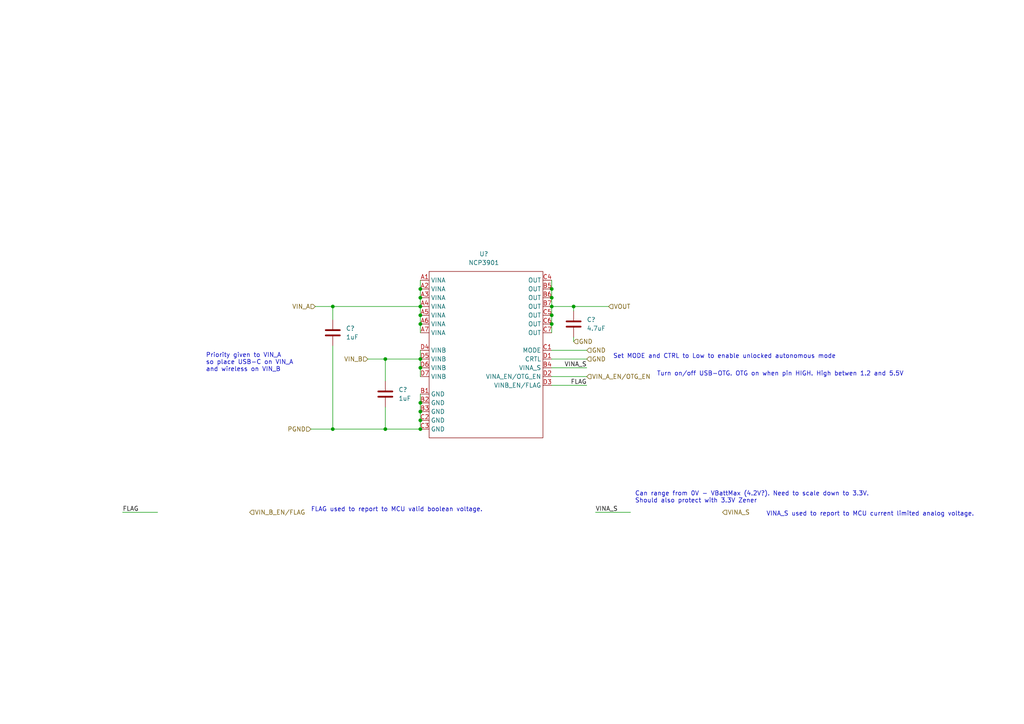
<source format=kicad_sch>
(kicad_sch (version 20211123) (generator eeschema)
  (paper "A4")
  (lib_symbols
    (symbol "Device:C" (pin_numbers hide) (pin_names (offset 0.254))
      (property "Reference" "C" (at 0.635 2.54 0))
      (property "Value" "C" (at 0.635 -2.54 0))
      (symbol "C_0_1"
        (polyline (pts (xy -2.032 -0.762) (xy 2.032 -0.762)) (stroke (width 0.508)))
        (polyline (pts (xy -2.032 0.762) (xy 2.032 0.762)) (stroke (width 0.508)))
      )
      (symbol "C_1_1"
        (pin passive line (at 0 3.81 270) (length 2.794) (name "~") (number "1"))
        (pin passive line (at 0 -3.81 90) (length 2.794) (name "~") (number "2"))
      )
    )
    (symbol "custom_modules:NCP3901"
      (property "Reference" "U" (at -17.78 24.13 0))
      (property "Value" "NCP3901" (at 0 0 0))
      (symbol "NCP3901_0_1"
        (rectangle (start -20.32 -20.32) (end -20.32 -20.32))
        (rectangle (start -20.32 -20.32) (end -20.32 -20.32))
        (rectangle (start -20.32 -20.32) (end -20.32 -20.32))
        (rectangle (start -20.32 -20.32) (end -20.32 -20.32))
        (rectangle (start -20.32 -20.32) (end -20.32 -20.32))
        (rectangle (start -20.32 -20.32) (end -20.32 -20.32))
        (rectangle (start -20.32 -20.32) (end -20.32 -20.32))
        (rectangle (start -20.32 -20.32) (end -20.32 -20.32))
        (rectangle (start -20.32 -20.32) (end -20.32 -20.32))
        (rectangle (start -20.32 -20.32) (end -20.32 -20.32))
        (rectangle (start -20.32 -20.32) (end -20.32 -20.32))
        (rectangle (start -20.32 -20.32) (end -20.32 -20.32))
        (rectangle (start -20.32 -20.32) (end -20.32 -20.32))
        (rectangle (start -17.78 22.86) (end 15.24 -25.4))
      )
      (symbol "NCP3901_1_1"
        (pin power_in line (at -20.32 20.32 0) (length 2.54) (name "VINA") (number "A1"))
        (pin power_in line (at -20.32 17.78 0) (length 2.54) (name "VINA") (number "A2"))
        (pin power_in line (at -20.32 15.24 0) (length 2.54) (name "VINA") (number "A3"))
        (pin power_in line (at -20.32 12.7 0) (length 2.54) (name "VINA") (number "A4"))
        (pin power_in line (at -20.32 10.16 0) (length 2.54) (name "VINA") (number "A5"))
        (pin power_in line (at -20.32 7.62 0) (length 2.54) (name "VINA") (number "A6"))
        (pin power_in line (at -20.32 5.08 0) (length 2.54) (name "VINA") (number "A7"))
        (pin power_in line (at -20.32 -12.7 0) (length 2.54) (name "GND") (number "B1"))
        (pin power_in line (at -20.32 -15.24 0) (length 2.54) (name "GND") (number "B2"))
        (pin power_in line (at -20.32 -17.78 0) (length 2.54) (name "GND") (number "B3"))
        (pin output line (at 17.78 -5.08 180) (length 2.54) (name "VINA_S") (number "B4"))
        (pin power_out line (at 17.78 17.78 180) (length 2.54) (name "OUT") (number "B5"))
        (pin power_out line (at 17.78 15.24 180) (length 2.54) (name "OUT") (number "B6"))
        (pin power_out line (at 17.78 12.7 180) (length 2.54) (name "OUT") (number "B7"))
        (pin input line (at 17.78 0 180) (length 2.54) (name "MODE") (number "C1"))
        (pin power_in line (at -20.32 -20.32 0) (length 2.54) (name "GND") (number "C2"))
        (pin power_in line (at -20.32 -22.86 0) (length 2.54) (name "GND") (number "C3"))
        (pin power_out line (at 17.78 20.32 180) (length 2.54) (name "OUT") (number "C4"))
        (pin power_out line (at 17.78 10.16 180) (length 2.54) (name "OUT") (number "C5"))
        (pin power_out line (at 17.78 7.62 180) (length 2.54) (name "OUT") (number "C6"))
        (pin power_out line (at 17.78 5.08 180) (length 2.54) (name "OUT") (number "C7"))
        (pin input line (at 17.78 -2.54 180) (length 2.54) (name "CRTL") (number "D1"))
        (pin input line (at 17.78 -7.62 180) (length 2.54) (name "VINA_EN/OTG_EN") (number "D2"))
        (pin bidirectional line (at 17.78 -10.16 180) (length 2.54) (name "VINB_EN/FLAG") (number "D3"))
        (pin power_in line (at -20.32 0 0) (length 2.54) (name "VINB") (number "D4"))
        (pin power_in line (at -20.32 -2.54 0) (length 2.54) (name "VINB") (number "D5"))
        (pin power_in line (at -20.32 -5.08 0) (length 2.54) (name "VINB") (number "D6"))
        (pin power_in line (at -20.32 -7.62 0) (length 2.54) (name "VINB") (number "D7"))
      )
    )
  )
  (junction (at 166.37 88.9))
  (junction (at 121.92 93.98))
  (junction (at 160.02 83.82))
  (junction (at 111.76 124.46))
  (junction (at 121.92 86.36))
  (junction (at 111.76 104.14))
  (junction (at 121.92 106.68))
  (junction (at 121.92 124.46))
  (junction (at 160.02 88.9))
  (junction (at 121.92 83.82))
  (junction (at 121.92 121.92))
  (junction (at 160.02 93.98))
  (junction (at 121.92 88.9))
  (junction (at 160.02 86.36))
  (junction (at 96.52 88.9))
  (junction (at 160.02 91.44))
  (junction (at 121.92 119.38))
  (junction (at 121.92 116.84))
  (junction (at 121.92 104.14))
  (junction (at 96.52 124.46))
  (junction (at 121.92 91.44))
  (wire (pts (xy 91.44 88.9) (xy 96.52 88.9)))
  (wire (pts (xy 121.92 86.36) (xy 121.92 88.9)))
  (wire (pts (xy 166.37 97.79) (xy 166.37 99.06)))
  (wire (pts (xy 96.52 88.9) (xy 121.92 88.9)))
  (wire (pts (xy 160.02 81.28) (xy 160.02 83.82)))
  (wire (pts (xy 121.92 83.82) (xy 121.92 86.36)))
  (wire (pts (xy 121.92 116.84) (xy 121.92 119.38)))
  (wire (pts (xy 160.02 91.44) (xy 160.02 93.98)))
  (wire (pts (xy 121.92 119.38) (xy 121.92 121.92)))
  (wire (pts (xy 160.02 111.76) (xy 170.18 111.76)))
  (wire (pts (xy 160.02 88.9) (xy 160.02 91.44)))
  (wire (pts (xy 121.92 121.92) (xy 121.92 124.46)))
  (wire (pts (xy 160.02 101.6) (xy 170.18 101.6)))
  (wire (pts (xy 96.52 88.9) (xy 96.52 92.71)))
  (wire (pts (xy 160.02 86.36) (xy 160.02 88.9)))
  (wire (pts (xy 90.17 124.46) (xy 96.52 124.46)))
  (wire (pts (xy 121.92 106.68) (xy 121.92 109.22)))
  (wire (pts (xy 160.02 104.14) (xy 170.18 104.14)))
  (wire (pts (xy 96.52 100.33) (xy 96.52 124.46)))
  (wire (pts (xy 160.02 88.9) (xy 166.37 88.9)))
  (wire (pts (xy 121.92 91.44) (xy 121.92 93.98)))
  (wire (pts (xy 111.76 124.46) (xy 121.92 124.46)))
  (wire (pts (xy 166.37 88.9) (xy 176.53 88.9)))
  (wire (pts (xy 121.92 93.98) (xy 121.92 96.52)))
  (wire (pts (xy 111.76 104.14) (xy 121.92 104.14)))
  (wire (pts (xy 160.02 109.22) (xy 170.18 109.22)))
  (wire (pts (xy 166.37 88.9) (xy 166.37 90.17)))
  (wire (pts (xy 96.52 124.46) (xy 111.76 124.46)))
  (wire (pts (xy 121.92 114.3) (xy 121.92 116.84)))
  (wire (pts (xy 160.02 83.82) (xy 160.02 86.36)))
  (wire (pts (xy 45.72 148.59) (xy 35.56 148.59)))
  (wire (pts (xy 121.92 81.28) (xy 121.92 83.82)))
  (wire (pts (xy 121.92 88.9) (xy 121.92 91.44)))
  (wire (pts (xy 182.88 148.59) (xy 172.72 148.59)))
  (wire (pts (xy 160.02 106.68) (xy 170.18 106.68)))
  (wire (pts (xy 160.02 93.98) (xy 160.02 96.52)))
  (wire (pts (xy 111.76 118.11) (xy 111.76 124.46)))
  (wire (pts (xy 121.92 104.14) (xy 121.92 106.68)))
  (wire (pts (xy 121.92 101.6) (xy 121.92 104.14)))
  (wire (pts (xy 106.68 104.14) (xy 111.76 104.14)))
  (wire (pts (xy 111.76 104.14) (xy 111.76 110.49)))
  (text "VINA_S used to report to MCU current limited analog voltage." (at 222.25 149.86 0) (effects (font (size 1.27 1.27)) (justify left bottom)))
  (text "Can range from 0V - VBattMax (4.2V?). Need to scale down to 3.3V.\nShould also protect with 3.3V Zener" (at 184.15 146.05 0) (effects (font (size 1.27 1.27)) (justify left bottom)))
  (text "Priority given to VIN_A\nso place USB-C on VIN_A\nand wireless on VIN_B" (at 59.69 107.95 0) (effects (font (size 1.27 1.27)) (justify left bottom)))
  (text "Turn on/off USB-OTG. OTG on when pin HIGH. High betwen 1.2 and 5.5V" (at 190.5 109.22 0) (effects (font (size 1.27 1.27)) (justify left bottom)))
  (text "FLAG used to report to MCU valid boolean voltage." (at 90.17 148.59 0) (effects (font (size 1.27 1.27)) (justify left bottom)))
  (text "Set MODE and CTRL to Low to enable unlocked autonomous mode" (at 177.8 104.14 0) (effects (font (size 1.27 1.27)) (justify left bottom)))
  (label "FLAG" (at 35.56 148.59 0))
  (label "VINA_S" (at 172.72 148.59 0))
  (label "FLAG" (at 170.18 111.76 180))
  (label "VINA_S" (at 170.18 106.68 180))
  (hierarchical_label "PGND" (shape input) (at 90.17 124.46 180))
  (hierarchical_label "GND" (shape input) (at 170.18 101.6 0))
  (hierarchical_label "VIN_B" (shape input) (at 106.68 104.14 180))
  (hierarchical_label "VIN_A" (shape input) (at 91.44 88.9 180))
  (hierarchical_label "VIN_B_EN{slash}FLAG" (shape input) (at 72.39 148.59 0))
  (hierarchical_label "VINA_S" (shape input) (at 209.55 148.59 0))
  (hierarchical_label "VOUT" (shape input) (at 176.53 88.9 0))
  (hierarchical_label "VIN_A_EN{slash}OTG_EN" (shape input) (at 170.18 109.22 0))
  (hierarchical_label "GND" (shape input) (at 170.18 104.14 0))
  (hierarchical_label "GND" (shape input) (at 166.37 99.06 0))
  (symbol (lib_id "Device:C") (at 166.37 93.98 0) (unit 1)
    (property "Reference" "C?" (at 170.18 92.7099 0) (effects (justify left)))
    (property "Value" "4.7uF" (at 170.18 95.2499 0) (effects (justify left)))
  )
  (symbol (lib_id "Device:C") (at 111.76 114.3 0) (unit 1)
    (property "Reference" "C?" (at 115.57 113.0299 0) (effects (justify left)))
    (property "Value" "1uF" (at 115.57 115.5699 0) (effects (justify left)))
  )
  (symbol (lib_id "Device:C") (at 96.52 96.52 0) (unit 1)
    (property "Reference" "C?" (at 100.33 95.2499 0) (effects (justify left)))
    (property "Value" "1uF" (at 100.33 97.7899 0) (effects (justify left)))
  )
  (symbol (lib_id "custom_modules:NCP3901") (at 142.24 101.6 0) (unit 1)
    (property "Reference" "U?" (at 140.335 73.66 0))
    (property "Value" "NCP3901" (at 140.335 76.2 0))
  )
)
</source>
